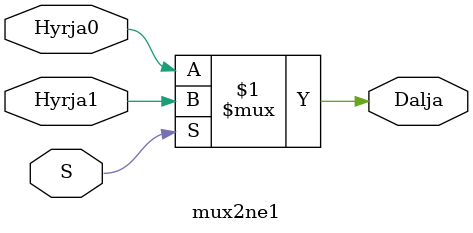
<source format=v>
`timescale 1ns / 1ps


module mux2ne1(
    input Hyrja0,
    input Hyrja1,
    input S,
    output Dalja
    );
    
assign Dalja = S ? Hyrja1 : Hyrja0;

endmodule

</source>
